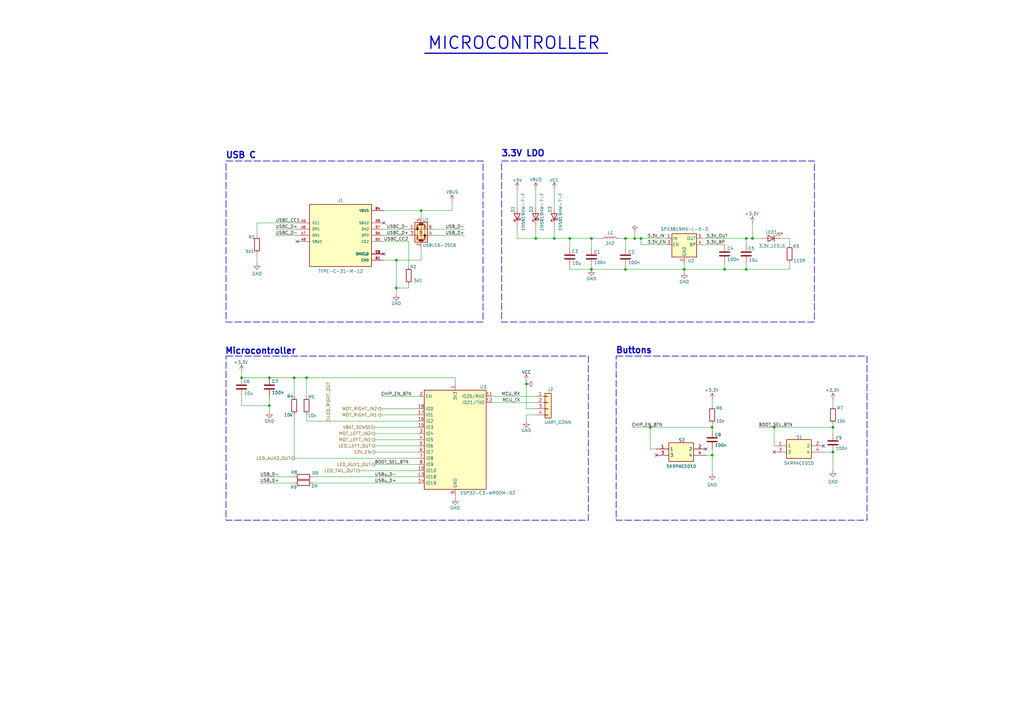
<source format=kicad_sch>
(kicad_sch (version 20250114) (generator "eeschema") (generator_version "9.0")
  (paper "A3")
  (title_block (title "Demon board") (company "Vagarth Gaurav"))
  (lib_symbols
    (symbol "Connector_Generic:Conn_01x04" (pin_names (offset 1.016) (hide yes))
      (property "Reference" "J" (at 0 5.08 0))
      (property "Value" "Conn_01x04" (at 0 -7.62 0))
      (symbol "Conn_01x04_1_1"
        (rectangle (start -1.27 3.81) (end 1.27 -6.35) (stroke (width 0.254)) (fill (type background)))
        (rectangle (start -1.27 2.667) (end 0 2.413) (stroke (width 0.1524)))
        (rectangle (start -1.27 0.127) (end 0 -0.127) (stroke (width 0.1524)))
        (rectangle (start -1.27 -2.413) (end 0 -2.667) (stroke (width 0.1524)))
        (rectangle (start -1.27 -4.953) (end 0 -5.207) (stroke (width 0.1524)))
        (pin passive line (at -5.08 2.54 0) (length 3.81) (name "Pin_1") (number "1"))
        (pin passive line (at -5.08 0 0) (length 3.81) (name "Pin_2") (number "2"))
        (pin passive line (at -5.08 -2.54 0) (length 3.81) (name "Pin_3") (number "3"))
        (pin passive line (at -5.08 -5.08 0) (length 3.81) (name "Pin_4") (number "4"))
      )
    )
    (symbol "Device:C" (pin_numbers (hide yes)) (pin_names (offset 0.254))
      (property "Reference" "C" (at 0.635 2.54 0))
      (property "Value" "C" (at 0.635 -2.54 0))
      (symbol "C_0_1"
        (polyline (pts (xy -2.032 0.762) (xy 2.032 0.762)) (stroke (width 0.508)))
        (polyline (pts (xy -2.032 -0.762) (xy 2.032 -0.762)) (stroke (width 0.508)))
      )
      (symbol "C_1_1"
        (pin passive line (at 0 3.81 270) (length 2.794) (name "~") (number "1"))
        (pin passive line (at 0 -3.81 90) (length 2.794) (name "~") (number "2"))
      )
    )
    (symbol "Device:D_Schottky" (pin_numbers (hide yes)) (pin_names (offset 1.016) (hide yes))
      (property "Reference" "D" (at 0 2.54 0))
      (property "Value" "D_Schottky" (at 0 -2.54 0))
      (symbol "D_Schottky_0_1"
        (polyline (pts (xy -1.905 0.635) (xy -1.905 1.27) (xy -1.27 1.27) (xy -1.27 -1.27) (xy -0.635 -1.27) (xy -0.635 -0.635)) (stroke (width 0.254)))
        (polyline (pts (xy 1.27 1.27) (xy 1.27 -1.27) (xy -1.27 0) (xy 1.27 1.27)) (stroke (width 0.254)))
        (polyline (pts (xy 1.27 0) (xy -1.27 0)))
      )
      (symbol "D_Schottky_1_1"
        (pin passive line (at -3.81 0 0) (length 2.54) (name "K") (number "1"))
        (pin passive line (at 3.81 0 180) (length 2.54) (name "A") (number "2"))
      )
    )
    (symbol "Device:L" (pin_numbers (hide yes)) (pin_names (offset 1.016) (hide yes))
      (property "Reference" "L" (at -1.27 0 90))
      (property "Value" "L" (at 1.905 0 90))
      (symbol "L_0_1"
        (arc (start 0 2.54) (mid 0.6323 1.905) (end 0 1.27))
        (arc (start 0 1.27) (mid 0.6323 0.635) (end 0 0))
        (arc (start 0 0) (mid 0.6323 -0.635) (end 0 -1.27))
        (arc (start 0 -1.27) (mid 0.6323 -1.905) (end 0 -2.54))
      )
      (symbol "L_1_1"
        (pin passive line (at 0 3.81 270) (length 1.27) (name "1") (number "1"))
        (pin passive line (at 0 -3.81 90) (length 1.27) (name "2") (number "2"))
      )
    )
    (symbol "Device:LED" (pin_numbers (hide yes)) (pin_names (offset 1.016) (hide yes))
      (property "Reference" "D" (at 0 2.54 0))
      (property "Value" "LED" (at 0 -2.54 0))
      (symbol "LED_0_1"
        (polyline (pts (xy -3.048 -0.762) (xy -4.572 -2.286) (xy -3.81 -2.286) (xy -4.572 -2.286) (xy -4.572 -1.524)))
        (polyline (pts (xy -1.778 -0.762) (xy -3.302 -2.286) (xy -2.54 -2.286) (xy -3.302 -2.286) (xy -3.302 -1.524)))
        (polyline (pts (xy -1.27 0) (xy 1.27 0)))
        (polyline (pts (xy -1.27 -1.27) (xy -1.27 1.27)) (stroke (width 0.254)))
        (polyline (pts (xy 1.27 -1.27) (xy 1.27 1.27) (xy -1.27 0) (xy 1.27 -1.27)) (stroke (width 0.254)))
      )
      (symbol "LED_1_1"
        (pin passive line (at -3.81 0 0) (length 2.54) (name "K") (number "1"))
        (pin passive line (at 3.81 0 180) (length 2.54) (name "A") (number "2"))
      )
    )
    (symbol "Device:R" (pin_numbers (hide yes)) (pin_names (offset 0))
      (property "Reference" "R" (at 2.032 0 90))
      (property "Value" "R" (at 0 0 90))
      (symbol "R_0_1"
        (rectangle (start -1.016 -2.54) (end 1.016 2.54) (stroke (width 0.254)))
      )
      (symbol "R_1_1"
        (pin passive line (at 0 3.81 270) (length 1.27) (name "~") (number "1"))
        (pin passive line (at 0 -3.81 90) (length 1.27) (name "~") (number "2"))
      )
    )
    (symbol "No silk screen devices:R" (pin_numbers (hide yes)) (pin_names (offset 0))
      (property "Reference" "R" (at 2.032 0 90))
      (property "Value" "R" (at 0 0 90))
      (symbol "R_0_1"
        (rectangle (start -1.016 -2.54) (end 1.016 2.54) (stroke (width 0.254)))
      )
      (symbol "R_1_1"
        (pin passive line (at 0 3.81 270) (length 1.27) (name "~") (number "1"))
        (pin passive line (at 0 -3.81 90) (length 1.27) (name "~") (number "2"))
      )
    )
    (symbol "Power_Protection:USBLC6-2SC6" (pin_names (hide yes))
      (property "Reference" "U" (at 0.635 5.715 0))
      (property "Value" "USBLC6-2SC6" (at 0.635 3.81 0))
      (symbol "USBLC6-2SC6_0_0"
        (circle (center -1.524 0) (radius 0.0001) (stroke (width 0.508)))
        (circle (center -0.508 2.032) (radius 0.0001) (stroke (width 0.508)))
        (circle (center -0.508 -4.572) (radius 0.0001) (stroke (width 0.508)))
        (circle (center 0.508 2.032) (radius 0.0001) (stroke (width 0.508)))
        (circle (center 0.508 -4.572) (radius 0.0001) (stroke (width 0.508)))
        (circle (center 1.524 -2.54) (radius 0.0001) (stroke (width 0.508)))
      )
      (symbol "USBLC6-2SC6_0_1"
        (polyline (pts (xy -2.54 0) (xy 2.54 0)))
        (polyline (pts (xy -2.54 -2.54) (xy 2.54 -2.54)))
        (polyline (pts (xy -2.032 0.508) (xy -1.016 0.508) (xy -1.524 1.524) (xy -2.032 0.508)))
        (polyline (pts (xy -2.032 -3.048) (xy -1.016 -3.048)))
        (polyline (pts (xy -1.016 1.524) (xy -2.032 1.524)))
        (polyline (pts (xy -1.016 -4.064) (xy -2.032 -4.064) (xy -1.524 -3.048) (xy -1.016 -4.064)))
        (polyline (pts (xy -0.508 -1.143) (xy -0.508 -0.762) (xy 0.508 -0.762)))
        (polyline (pts (xy 0 2.54) (xy -0.508 2.032) (xy 0.508 2.032) (xy 0 1.524) (xy 0 -4.064) (xy -0.508 -4.572) (xy 0.508 -4.572) (xy 0 -5.08)))
        (polyline (pts (xy 0.508 -1.778) (xy -0.508 -1.778) (xy 0 -0.762) (xy 0.508 -1.778)))
        (polyline (pts (xy 1.016 1.524) (xy 2.032 1.524)))
        (polyline (pts (xy 1.016 -3.048) (xy 2.032 -3.048)))
        (polyline (pts (xy 2.032 0.508) (xy 1.016 0.508) (xy 1.524 1.524) (xy 2.032 0.508)))
        (polyline (pts (xy 2.032 -4.064) (xy 1.016 -4.064) (xy 1.524 -3.048) (xy 2.032 -4.064)))
      )
      (symbol "USBLC6-2SC6_1_1"
        (rectangle (start -2.54 2.794) (end 2.54 -5.334) (stroke (width 0.254)) (fill (type background)))
        (polyline (pts (xy -0.508 2.032) (xy -1.524 2.032) (xy -1.524 -4.572) (xy -0.508 -4.572)))
        (polyline (pts (xy 0.508 -4.572) (xy 1.524 -4.572) (xy 1.524 2.032) (xy 0.508 2.032)))
        (pin passive line (at -5.08 0 0) (length 2.54) (name "I/O1") (number "1"))
        (pin passive line (at -5.08 -2.54 0) (length 2.54) (name "I/O2") (number "3"))
        (pin passive line (at 0 5.08 270) (length 2.54) (name "VBUS") (number "5"))
        (pin passive line (at 0 -7.62 90) (length 2.54) (name "GND") (number "2"))
        (pin passive line (at 5.08 0 180) (length 2.54) (name "I/O1") (number "6"))
        (pin passive line (at 5.08 -2.54 180) (length 2.54) (name "I/O2") (number "4"))
      )
    )
    (symbol "RF_Module:ESP32-C3-WROOM-02"
      (property "Reference" "U" (at -12.192 21.336 0))
      (property "Value" "ESP32-C3-WROOM-02" (at 12.192 21.336 0))
      (symbol "ESP32-C3-WROOM-02_1_1"
        (rectangle (start -12.7 20.32) (end 12.7 -20.32) (stroke (width 0.254)) (fill (type background)))
        (pin input line (at -15.24 17.78 0) (length 2.54) (name "EN") (number "2"))
        (pin bidirectional line (at -15.24 12.7 0) (length 2.54) (name "IO0") (number "18"))
        (pin bidirectional line (at -15.24 10.16 0) (length 2.54) (name "IO1") (number "17"))
        (pin bidirectional line (at -15.24 7.62 0) (length 2.54) (name "IO2") (number "16"))
        (pin bidirectional line (at -15.24 5.08 0) (length 2.54) (name "IO3") (number "15"))
        (pin bidirectional line (at -15.24 2.54 0) (length 2.54) (name "IO4") (number "3"))
        (pin bidirectional line (at -15.24 0 0) (length 2.54) (name "IO5") (number "4"))
        (pin bidirectional line (at -15.24 -2.54 0) (length 2.54) (name "IO6") (number "5"))
        (pin bidirectional line (at -15.24 -5.08 0) (length 2.54) (name "IO7") (number "6"))
        (pin bidirectional line (at -15.24 -7.62 0) (length 2.54) (name "IO8") (number "7"))
        (pin bidirectional line (at -15.24 -10.16 0) (length 2.54) (name "IO9") (number "8"))
        (pin bidirectional line (at -15.24 -12.7 0) (length 2.54) (name "IO10") (number "10"))
        (pin bidirectional line (at -15.24 -15.24 0) (length 2.54) (name "IO18") (number "13"))
        (pin bidirectional line (at -15.24 -17.78 0) (length 2.54) (name "IO19") (number "14"))
        (pin power_in line (at 0 22.86 270) (length 2.54) (name "3V3") (number "1"))
        (pin passive line (at 0 -22.86 90) (length 2.54) (hide yes) (name "GND") (number "19"))
        (pin power_in line (at 0 -22.86 90) (length 2.54) (name "GND") (number "9"))
        (pin bidirectional line (at 15.24 17.78 180) (length 2.54) (name "IO20/RXD") (number "11"))
        (pin bidirectional line (at 15.24 15.24 180) (length 2.54) (name "IO21/TXD") (number "12"))
      )
    )
    (symbol "Regulator_Linear:SPX3819M5-L-3-3" (pin_names (offset 0.254))
      (property "Reference" "U" (at -3.81 5.715 0))
      (property "Value" "SPX3819M5-L-3-3" (at 0 5.715 0))
      (symbol "SPX3819M5-L-3-3_0_1"
        (rectangle (start -5.08 4.445) (end 5.08 -5.08) (stroke (width 0.254)) (fill (type background)))
      )
      (symbol "SPX3819M5-L-3-3_1_1"
        (pin power_in line (at -7.62 2.54 0) (length 2.54) (name "IN") (number "1"))
        (pin input line (at -7.62 0 0) (length 2.54) (name "EN") (number "3"))
        (pin power_in line (at 0 -7.62 90) (length 2.54) (name "GND") (number "2"))
        (pin power_out line (at 7.62 2.54 180) (length 2.54) (name "OUT") (number "5"))
        (pin input line (at 7.62 0 180) (length 2.54) (name "BP") (number "4"))
      )
    )
    (symbol "SKRPARE010:SKRPARE010"
      (property "Reference" "S" (at 16.51 7.62 0))
      (property "Value" "SKRPARE010" (at 16.51 5.08 0))
      (symbol "SKRPARE010_1_1"
        (rectangle (start 5.08 2.54) (end 15.24 -5.08) (stroke (width 0.254)) (fill (type background)))
        (pin passive line (at 0 0 0) (length 5.08) (name "1") (number "1"))
        (pin passive line (at 0 -2.54 0) (length 5.08) (name "3") (number "3"))
        (pin passive line (at 20.32 0 180) (length 5.08) (name "2") (number "2"))
        (pin passive line (at 20.32 -2.54 180) (length 5.08) (name "4") (number "4"))
      )
    )
    (symbol "TYPE-C-31-M-12:TYPE-C-31-M-12" (pin_names (offset 1.016))
      (property "Reference" "J" (at -12.7 13.462 0))
      (property "Value" "TYPE-C-31-M-12" (at -12.7 -13.462 0))
      (symbol "TYPE-C-31-M-12_0_0"
        (rectangle (start -12.7 -12.7) (end 12.7 12.7) (stroke (width 0.254)) (fill (type background)))
        (pin bidirectional line (at -17.78 5.08 0) (length 5.08) (name "CC1") (number "A5"))
        (pin bidirectional line (at -17.78 2.54 0) (length 5.08) (name "DP1") (number "A6"))
        (pin bidirectional line (at -17.78 0 0) (length 5.08) (name "DN1") (number "A7"))
        (pin bidirectional line (at -17.78 -2.54 0) (length 5.08) (name "SBU1") (number "A8"))
        (pin bidirectional line (at 17.78 5.08 180) (length 5.08) (name "SBU2") (number "B8"))
        (pin bidirectional line (at 17.78 2.54 180) (length 5.08) (name "DN2") (number "B7"))
        (pin bidirectional line (at 17.78 0 180) (length 5.08) (name "DP2") (number "B6"))
        (pin bidirectional line (at 17.78 -2.54 180) (length 5.08) (name "CC2") (number "B5"))
        (pin passive line (at 17.78 -7.62 180) (length 5.08) (name "SHIELD") (number "S1"))
        (pin passive line (at 17.78 -7.62 180) (length 5.08) (name "SHIELD") (number "S2"))
        (pin passive line (at 17.78 -7.62 180) (length 5.08) (name "SHIELD") (number "S3"))
        (pin passive line (at 17.78 -7.62 180) (length 5.08) (name "SHIELD") (number "S4"))
      )
      (symbol "TYPE-C-31-M-12_1_0"
        (pin power_out line (at 17.78 10.16 180) (length 5.08) (name "VBUS") (number "A4"))
        (pin power_in line (at 17.78 10.16 180) (length 5.08) (name "VBUS") (number "B4"))
        (pin power_out line (at 17.78 -10.16 180) (length 5.08) (name "GND") (number "A1"))
        (pin power_in line (at 17.78 -10.16 180) (length 5.08) (name "GND") (number "B1"))
      )
    )
    (symbol "power:+3.3V" (power) (pin_numbers (hide yes)) (pin_names (offset 0) (hide yes))
      (property "Value" "+3.3V" (at 0 3.556 0))
      (symbol "+3.3V_0_1"
        (polyline (pts (xy -0.762 1.27) (xy 0 2.54)))
        (polyline (pts (xy 0 2.54) (xy 0.762 1.27)))
        (polyline (pts (xy 0 0) (xy 0 2.54)))
      )
      (symbol "+3.3V_1_1"
        (pin power_in line (at 0 0 90) (length 0) (name "~") (number "1"))
      )
    )
    (symbol "power:+5V" (power) (pin_numbers (hide yes)) (pin_names (offset 0) (hide yes))
      (property "Value" "+5V" (at 0 3.556 0))
      (symbol "+5V_0_1"
        (polyline (pts (xy -0.762 1.27) (xy 0 2.54)))
        (polyline (pts (xy 0 2.54) (xy 0.762 1.27)))
        (polyline (pts (xy 0 0) (xy 0 2.54)))
      )
      (symbol "+5V_1_1"
        (pin power_in line (at 0 0 90) (length 0) (name "~") (number "1"))
      )
    )
    (symbol "power:GND" (power) (pin_numbers (hide yes)) (pin_names (offset 0) (hide yes))
      (property "Value" "GND" (at 0 -3.81 0))
      (symbol "GND_0_1"
        (polyline (pts (xy 0 0) (xy 0 -1.27) (xy 1.27 -1.27) (xy 0 -2.54) (xy -1.27 -1.27) (xy 0 -1.27)))
      )
      (symbol "GND_1_1"
        (pin power_in line (at 0 0 270) (length 0) (name "~") (number "1"))
      )
    )
    (symbol "power:PWR_FLAG" (power) (pin_numbers (hide yes)) (pin_names (offset 0) (hide yes))
      (property "Value" "PWR_FLAG" (at 0 3.81 0))
      (symbol "PWR_FLAG_0_0"
        (pin power_out line (at 0 0 90) (length 0) (name "~") (number "1"))
      )
      (symbol "PWR_FLAG_0_1"
        (polyline (pts (xy 0 0) (xy 0 1.27) (xy -1.016 1.905) (xy 0 2.54) (xy 1.016 1.905) (xy 0 1.27)))
      )
    )
    (symbol "power:VBUS" (power) (pin_numbers (hide yes)) (pin_names (offset 0) (hide yes))
      (property "Value" "VBUS" (at 0 3.556 0))
      (symbol "VBUS_0_1"
        (polyline (pts (xy -0.762 1.27) (xy 0 2.54)))
        (polyline (pts (xy 0 2.54) (xy 0.762 1.27)))
        (polyline (pts (xy 0 0) (xy 0 2.54)))
      )
      (symbol "VBUS_1_1"
        (pin power_in line (at 0 0 90) (length 0) (name "~") (number "1"))
      )
    )
    (symbol "power:VCC" (power) (pin_numbers (hide yes)) (pin_names (offset 0) (hide yes))
      (property "Value" "VCC" (at 0 3.556 0))
      (symbol "VCC_0_1"
        (polyline (pts (xy -0.762 1.27) (xy 0 2.54)))
        (polyline (pts (xy 0 2.54) (xy 0.762 1.27)))
        (polyline (pts (xy 0 0) (xy 0 2.54)))
      )
      (symbol "VCC_1_1"
        (pin power_in line (at 0 0 90) (length 0) (name "~") (number "1"))
      )
    )
  )
  (rectangle (start 92.71 66.04) (end 198.12 132.08) (stroke (width 0.254) (type dash)))
  (rectangle (start 252.73 146.05) (end 355.6 213.36) (stroke (width 0.254) (type dash)))
  (rectangle (start 205.74 66.04) (end 334.01 132.08) (stroke (width 0.254) (type dash)))
  (rectangle (start 92.71 146.05) (end 241.3 213.36) (stroke (width 0.254) (type dash)))
  (text "Microcontroller" (at 92.202 144.018 0) (effects (font (size 2.54 2.54) (thickness 0.508) (bold yes)) (justify left)))
  (text "MICROCONTROLLER" (at 210.82 17.78 0) (effects (font (size 5 5) (thickness 0.508) (bold yes))))
  (text "USB C" (at 92.456 63.754 0) (effects (font (size 2.54 2.54) (thickness 0.508) (bold yes)) (justify left)))
  (text "3.3V LDO" (at 205.486 62.992 0) (effects (font (size 2.54 2.54) (thickness 0.508) (bold yes)) (justify left)))
  (text "Buttons" (at 252.476 143.764 0) (effects (font (size 2.54 2.54) (thickness 0.508) (bold yes)) (justify left)))
  (junction (at 215.9 157.48))
  (junction (at 260.35 97.79))
  (junction (at 266.7 175.26))
  (junction (at 262.89 97.79))
  (junction (at 317.5 175.26))
  (junction (at 292.1 175.26))
  (junction (at 306.07 97.79))
  (junction (at 125.73 154.94))
  (junction (at 110.49 154.94))
  (junction (at 233.68 97.79))
  (junction (at 256.54 110.49))
  (junction (at 219.71 97.79))
  (junction (at 99.06 154.94))
  (junction (at 242.57 97.79))
  (junction (at 227.33 97.79))
  (junction (at 280.67 110.49))
  (junction (at 308.61 97.79))
  (junction (at 256.54 97.79))
  (junction (at 297.18 110.49))
  (junction (at 306.07 110.49))
  (junction (at 172.72 86.36))
  (junction (at 341.63 175.26))
  (junction (at 242.57 110.49))
  (junction (at 292.1 186.69))
  (junction (at 162.56 106.68))
  (junction (at 120.65 154.94))
  (junction (at 162.56 118.11))
  (junction (at 341.63 185.42))
  (junction (at 110.49 166.37))
  (no_connect (at 121.92 99.06))
  (no_connect (at 317.5 185.42))
  (no_connect (at 289.56 184.15))
  (no_connect (at 157.48 104.14))
  (no_connect (at 157.48 91.44))
  (no_connect (at 269.24 186.69))
  (no_connect (at 337.82 182.88))
  (wire (pts (xy 260.35 95.25) (xy 260.35 97.79)))
  (wire (pts (xy 128.27 198.12) (xy 171.45 198.12)))
  (wire (pts (xy 227.33 97.79) (xy 233.68 97.79)))
  (wire (pts (xy 256.54 109.22) (xy 256.54 110.49)))
  (wire (pts (xy 167.64 99.06) (xy 167.64 109.22)))
  (wire (pts (xy 288.29 97.79) (xy 306.07 97.79)))
  (wire (pts (xy 105.41 107.95) (xy 105.41 104.14)))
  (wire (pts (xy 110.49 154.94) (xy 120.65 154.94)))
  (wire (pts (xy 113.03 96.52) (xy 121.92 96.52)))
  (wire (pts (xy 186.69 204.47) (xy 186.69 203.2)))
  (wire (pts (xy 125.73 172.72) (xy 171.45 172.72)))
  (polyline (pts (xy 174.244 21.844) (xy 249.174 21.844)) (stroke (width 0.508) (type solid)))
  (wire (pts (xy 172.72 101.6) (xy 172.72 106.68)))
  (wire (pts (xy 323.85 100.33) (xy 323.85 97.79)))
  (wire (pts (xy 289.56 186.69) (xy 292.1 186.69)))
  (wire (pts (xy 219.71 97.79) (xy 227.33 97.79)))
  (wire (pts (xy 266.7 175.26) (xy 266.7 184.15)))
  (wire (pts (xy 341.63 185.42) (xy 341.63 193.04)))
  (wire (pts (xy 153.67 180.34) (xy 171.45 180.34)))
  (wire (pts (xy 153.67 175.26) (xy 171.45 175.26)))
  (wire (pts (xy 262.89 97.79) (xy 273.05 97.79)))
  (wire (pts (xy 156.21 170.18) (xy 171.45 170.18)))
  (wire (pts (xy 280.67 110.49) (xy 297.18 110.49)))
  (wire (pts (xy 292.1 163.83) (xy 292.1 166.37)))
  (wire (pts (xy 157.48 96.52) (xy 167.64 96.52)))
  (wire (pts (xy 297.18 107.95) (xy 297.18 110.49)))
  (wire (pts (xy 306.07 107.95) (xy 306.07 110.49)))
  (wire (pts (xy 242.57 97.79) (xy 242.57 101.6)))
  (wire (pts (xy 125.73 172.72) (xy 125.73 170.18)))
  (wire (pts (xy 172.72 86.36) (xy 157.48 86.36)))
  (wire (pts (xy 292.1 186.69) (xy 292.1 184.15)))
  (wire (pts (xy 256.54 110.49) (xy 280.67 110.49)))
  (wire (pts (xy 167.64 118.11) (xy 162.56 118.11)))
  (wire (pts (xy 201.93 165.1) (xy 219.71 165.1)))
  (wire (pts (xy 233.68 101.6) (xy 233.68 97.79)))
  (wire (pts (xy 162.56 106.68) (xy 162.56 118.11)))
  (wire (pts (xy 273.05 100.33) (xy 262.89 100.33)))
  (wire (pts (xy 266.7 175.26) (xy 292.1 175.26)))
  (wire (pts (xy 219.71 167.64) (xy 215.9 167.64)))
  (wire (pts (xy 153.67 182.88) (xy 171.45 182.88)))
  (wire (pts (xy 219.71 97.79) (xy 219.71 92.71)))
  (wire (pts (xy 186.69 154.94) (xy 186.69 157.48)))
  (wire (pts (xy 242.57 110.49) (xy 256.54 110.49)))
  (wire (pts (xy 215.9 170.18) (xy 215.9 172.72)))
  (wire (pts (xy 341.63 163.83) (xy 341.63 166.37)))
  (wire (pts (xy 254 97.79) (xy 256.54 97.79)))
  (wire (pts (xy 99.06 166.37) (xy 110.49 166.37)))
  (wire (pts (xy 120.65 154.94) (xy 125.73 154.94)))
  (wire (pts (xy 121.92 91.44) (xy 105.41 91.44)))
  (wire (pts (xy 280.67 110.49) (xy 280.67 111.76)))
  (wire (pts (xy 215.9 157.48) (xy 215.9 167.64)))
  (wire (pts (xy 215.9 156.21) (xy 215.9 157.48)))
  (wire (pts (xy 219.71 85.09) (xy 219.71 77.47)))
  (wire (pts (xy 153.67 177.8) (xy 171.45 177.8)))
  (wire (pts (xy 153.67 185.42) (xy 171.45 185.42)))
  (wire (pts (xy 186.69 154.94) (xy 125.73 154.94)))
  (wire (pts (xy 256.54 97.79) (xy 260.35 97.79)))
  (wire (pts (xy 323.85 107.95) (xy 323.85 110.49)))
  (wire (pts (xy 128.27 195.58) (xy 171.45 195.58)))
  (wire (pts (xy 172.72 86.36) (xy 172.72 88.9)))
  (wire (pts (xy 120.65 170.18) (xy 120.65 187.96)))
  (wire (pts (xy 212.09 77.47) (xy 212.09 85.09)))
  (wire (pts (xy 317.5 175.26) (xy 317.5 182.88)))
  (wire (pts (xy 99.06 154.94) (xy 110.49 154.94)))
  (wire (pts (xy 317.5 175.26) (xy 341.63 175.26)))
  (wire (pts (xy 185.42 82.55) (xy 185.42 86.36)))
  (wire (pts (xy 233.68 109.22) (xy 233.68 110.49)))
  (wire (pts (xy 308.61 97.79) (xy 306.07 97.79)))
  (wire (pts (xy 212.09 97.79) (xy 219.71 97.79)))
  (wire (pts (xy 157.48 93.98) (xy 167.64 93.98)))
  (wire (pts (xy 153.67 190.5) (xy 171.45 190.5)))
  (wire (pts (xy 157.48 99.06) (xy 167.64 99.06)))
  (wire (pts (xy 147.32 193.04) (xy 171.45 193.04)))
  (wire (pts (xy 292.1 186.69) (xy 292.1 194.31)))
  (wire (pts (xy 156.21 162.56) (xy 171.45 162.56)))
  (wire (pts (xy 177.8 96.52) (xy 190.5 96.52)))
  (wire (pts (xy 242.57 97.79) (xy 246.38 97.79)))
  (wire (pts (xy 312.42 97.79) (xy 308.61 97.79)))
  (wire (pts (xy 105.41 91.44) (xy 105.41 96.52)))
  (wire (pts (xy 120.65 154.94) (xy 120.65 162.56)))
  (wire (pts (xy 99.06 152.4) (xy 99.06 154.94)))
  (wire (pts (xy 156.21 167.64) (xy 171.45 167.64)))
  (wire (pts (xy 256.54 97.79) (xy 256.54 101.6)))
  (wire (pts (xy 306.07 97.79) (xy 306.07 100.33)))
  (wire (pts (xy 106.68 198.12) (xy 120.65 198.12)))
  (wire (pts (xy 212.09 92.71) (xy 212.09 97.79)))
  (wire (pts (xy 323.85 97.79) (xy 320.04 97.79)))
  (wire (pts (xy 110.49 166.37) (xy 110.49 162.56)))
  (wire (pts (xy 259.08 175.26) (xy 266.7 175.26)))
  (wire (pts (xy 167.64 116.84) (xy 167.64 118.11)))
  (wire (pts (xy 106.68 195.58) (xy 120.65 195.58)))
  (wire (pts (xy 337.82 185.42) (xy 341.63 185.42)))
  (wire (pts (xy 227.33 92.71) (xy 227.33 97.79)))
  (wire (pts (xy 323.85 110.49) (xy 306.07 110.49)))
  (wire (pts (xy 242.57 109.22) (xy 242.57 110.49)))
  (wire (pts (xy 227.33 77.47) (xy 227.33 85.09)))
  (wire (pts (xy 292.1 173.99) (xy 292.1 175.26)))
  (wire (pts (xy 280.67 107.95) (xy 280.67 110.49)))
  (wire (pts (xy 266.7 184.15) (xy 269.24 184.15)))
  (wire (pts (xy 233.68 110.49) (xy 242.57 110.49)))
  (wire (pts (xy 306.07 110.49) (xy 297.18 110.49)))
  (wire (pts (xy 172.72 106.68) (xy 162.56 106.68)))
  (wire (pts (xy 177.8 93.98) (xy 190.5 93.98)))
  (wire (pts (xy 308.61 91.44) (xy 308.61 97.79)))
  (wire (pts (xy 113.03 93.98) (xy 121.92 93.98)))
  (wire (pts (xy 110.49 168.91) (xy 110.49 166.37)))
  (wire (pts (xy 215.9 170.18) (xy 219.71 170.18)))
  (wire (pts (xy 99.06 166.37) (xy 99.06 162.56)))
  (wire (pts (xy 262.89 100.33) (xy 262.89 97.79)))
  (wire (pts (xy 120.65 187.96) (xy 171.45 187.96)))
  (wire (pts (xy 341.63 173.99) (xy 341.63 175.26)))
  (wire (pts (xy 157.48 106.68) (xy 162.56 106.68)))
  (wire (pts (xy 233.68 97.79) (xy 242.57 97.79)))
  (wire (pts (xy 288.29 100.33) (xy 297.18 100.33)))
  (wire (pts (xy 172.72 86.36) (xy 185.42 86.36)))
  (wire (pts (xy 201.93 162.56) (xy 219.71 162.56)))
  (wire (pts (xy 292.1 176.53) (xy 292.1 175.26)))
  (wire (pts (xy 125.73 162.56) (xy 125.73 154.94)))
  (wire (pts (xy 162.56 118.11) (xy 162.56 120.65)))
  (wire (pts (xy 341.63 177.8) (xy 341.63 175.26)))
  (wire (pts (xy 260.35 97.79) (xy 262.89 97.79)))
  (wire (pts (xy 311.15 175.26) (xy 317.5 175.26)))
  (label "USBC_CC2" (at 157.48 99.06 0))
  (label "MCU_RX" (at 213.36 162.56 180))
  (label "USBC_D-" (at 113.03 96.52 0))
  (label "USB_D-" (at 190.5 93.98 180))
  (label "USBC_D-" (at 167.64 93.98 180))
  (label "MCU_TX" (at 213.36 165.1 180))
  (label "USBC_CC1" (at 113.03 91.44 0))
  (label "USB_D+" (at 190.5 96.52 180))
  (label "USBC_D+" (at 167.64 96.52 180))
  (label "CHIP_EN_BTN" (at 259.08 175.26 0))
  (label "CHIP_EN_BTN" (at 156.21 162.56 0))
  (label "3.3V_OUT" (at 289.56 97.79 0))
  (label "BOOT_SEL_BTN" (at 153.67 190.5 0))
  (label "USBu_D-" (at 153.67 195.58 0))
  (label "3.3V_BP" (at 289.56 100.33 0))
  (label "USB_D+" (at 106.68 198.12 0))
  (label "USBC_D+" (at 113.03 93.98 0))
  (label "BOOT_SEL_BTN" (at 311.15 175.26 0))
  (label "3.3V_EN" (at 265.43 100.33 0))
  (label "USB_D-" (at 106.68 195.58 0))
  (label "3.3V_IN" (at 265.43 97.79 0))
  (label "USBu_D+" (at 153.67 198.12 0))
  (hierarchical_label "LED_AUX1_OUT" (shape output) (at 153.67 190.5 180))
  (hierarchical_label "LED_TAIL_OUT" (shape output) (at 147.32 193.04 180))
  (hierarchical_label "LED_LEFT_OUT" (shape output) (at 153.67 182.88 180))
  (hierarchical_label "VBAT_SENSE" (shape input) (at 153.67 175.26 180))
  (hierarchical_label "12V_EN" (shape output) (at 153.67 185.42 180))
  (hierarchical_label "MOT_RIGHT_IN1" (shape output) (at 156.21 170.18 180))
  (hierarchical_label "LED_AUX2_OUT" (shape output) (at 120.65 187.96 180))
  (hierarchical_label "LED_RIGHT_OUT" (shape output) (at 134.62 172.72 90))
  (hierarchical_label "MOT_LEFT_IN2" (shape output) (at 153.67 177.8 180))
  (hierarchical_label "MOT_LEFT_IN1" (shape output) (at 153.67 180.34 180))
  (hierarchical_label "MOT_RIGHT_IN2" (shape output) (at 156.21 167.64 180))
  (symbol (lib_id "Device:C") (at 341.63 181.61 0) (unit 1)
    (property "Reference" "C9" (at 342.646 179.578 0) (effects (justify left)))
    (property "Value" "100n" (at 342.646 183.896 0) (effects (justify left)))
    (property "Footprint" "No Silkscreen:C_0402_1005Metric" (effects (hide yes)))
    (property "Description" "Unpolarized capacitor" (effects (hide yes)))
  )
  (symbol (lib_id "power:PWR_FLAG") (at 260.35 95.25 0) (unit 1)
    (property "Reference" "#FLG0101" (effects (hide yes)))
    (property "Value" "PWR_FLAG" (effects (hide yes)))
    (property "Description" "Special symbol for telling ERC where power comes from" (effects (hide yes)))
    (instances (project "" (path "" (reference "#FLG0101") (unit 1))) (project "demonSpawn" (path "" (reference "#FLG05") (unit 1))))
  )
  (symbol (lib_id "Device:C") (at 297.18 104.14 0) (unit 1)
    (property "Reference" "C4" (at 298.196 101.854 0) (effects (justify left)))
    (property "Value" "100n" (at 298.196 106.426 0) (effects (justify left)))
    (property "Footprint" "No Silkscreen:C_0402_1005Metric" (effects (hide yes)))
    (property "Description" "Unpolarized capacitor" (effects (hide yes)))
    (instances (project "" (path "" (reference "C4") (unit 1))) (project "demonSpawn" (path "" (reference "C18") (unit 1))))
  )
  (symbol (lib_id "Device:R") (at 341.63 170.18 0) (unit 1)
    (property "Reference" "R7" (at 343.154 167.386 0) (effects (justify left)))
    (property "Value" "10k" (at 343.154 172.72 0) (effects (justify left)))
    (property "Footprint" "No Silkscreen:R_0402_1005Metric" (effects (hide yes)))
    (property "Description" "Resistor" (effects (hide yes)))
  )
  (symbol (lib_id "Device:C") (at 99.06 158.75 0) (unit 1)
    (property "Reference" "C6" (at 99.822 156.464 0) (effects (justify left)))
    (property "Value" "10u" (at 100.076 161.29 0) (effects (justify left)))
    (property "Footprint" "No Silkscreen:C_0603_1608Metric" (effects (hide yes)))
    (property "Datasheet" "https://product.samsungsem.com/mlcc/CL21A226MAYNNN.do" (effects (hide yes)))
    (property "Description" "CL21A226MAYNNNE" (effects (hide yes)))
  )
  (symbol (lib_id "Device:R") (at 125.73 166.37 180) (unit 1)
    (property "Reference" "R5" (at 129.032 162.814 0) (effects (justify left)))
    (property "Value" "10k" (at 129.794 170.434 0) (effects (justify left)))
    (property "Footprint" "No Silkscreen:R_0402_1005Metric" (effects (hide yes)))
    (property "Description" "Resistor" (effects (hide yes)))
  )
  (symbol (lib_id "Device:C") (at 242.57 105.41 0) (unit 1)
    (property "Reference" "C1" (at 243.586 103.378 0) (effects (justify left)))
    (property "Value" "100n" (at 243.586 107.696 0) (effects (justify left)))
    (property "Footprint" "No Silkscreen:C_0402_1005Metric" (effects (hide yes)))
    (property "Description" "Unpolarized capacitor" (effects (hide yes)))
    (instances (project "" (path "" (reference "C1") (unit 1))) (project "demonSpawn" (path "" (reference "C37") (unit 1))))
  )
  (symbol (lib_id "SKRPARE010:SKRPARE010") (at 269.24 184.15 0) (unit 1)
    (property "Reference" "S2" (at 279.654 180.594 0))
    (property "Value" "SKRPACE010" (at 279.4 191.262 0))
    (property "Footprint" "SKRPARE010:SKRPARE010" (effects (hide yes)))
    (property "Datasheet" "https://tech.alpsalpine.com/e/products/detail/SKRPARE010/" (effects (hide yes)))
    (property "Description" "Tactile Switches F=5N ,100M min. 100V DC for 1 min. 250V AC for 1 min. 50mA 16V DC , -40 to +90" (effects (hide yes)))
    (property "Height" "2.5" (effects (hide yes)))
    (property "Mouser Part Number" "688-SKRPARE010" (effects (hide yes)))
    (property "Mouser Price/Stock" "https://www.mouser.co.uk/ProductDetail/Alps-Alpine/SKRPARE010?qs=w%2Fv1CP2dgqqtJ13ywv6BaA%3D%3D" (effects (hide yes)))
    (property "Manufacturer_Name" "ALPS Electric" (effects (hide yes)))
    (property "Manufacturer_Part_Number" "SKRPARE010" (effects (hide yes)))
  )
  (symbol (lib_id "power:GND") (at 186.69 204.47 0) (unit 1)
    (property "Reference" "#PWR019" (effects (hide yes)))
    (property "Value" "GND" (at 186.69 208.28 0))
    (property "Description" "Power symbol creates a global label with name \"GND\" , ground" (effects (hide yes)))
  )
  (symbol (lib_id "SKRPARE010:SKRPARE010") (at 317.5 182.88 0) (unit 1)
    (property "Reference" "S1" (at 327.914 179.324 0))
    (property "Value" "SKRPACE010" (at 327.66 189.992 0))
    (property "Footprint" "SKRPARE010:SKRPARE010" (effects (hide yes)))
    (property "Datasheet" "https://tech.alpsalpine.com/e/products/detail/SKRPARE010/" (effects (hide yes)))
    (property "Description" "Tactile Switches F=5N ,100M min. 100V DC for 1 min. 250V AC for 1 min. 50mA 16V DC , -40 to +90" (effects (hide yes)))
    (property "Height" "2.5" (effects (hide yes)))
    (property "Mouser Part Number" "688-SKRPARE010" (effects (hide yes)))
    (property "Mouser Price/Stock" "https://www.mouser.co.uk/ProductDetail/Alps-Alpine/SKRPARE010?qs=w%2Fv1CP2dgqqtJ13ywv6BaA%3D%3D" (effects (hide yes)))
    (property "Manufacturer_Name" "ALPS Electric" (effects (hide yes)))
    (property "Manufacturer_Part_Number" "SKRPARE010" (effects (hide yes)))
  )
  (symbol (lib_id "power:VCC") (at 215.9 156.21 0) (unit 1)
    (property "Reference" "#PWR06" (effects (hide yes)))
    (property "Value" "VCC" (at 215.9 152.654 0))
    (property "Description" "Power symbol creates a global label with name \"VCC\"" (effects (hide yes)))
  )
  (symbol (lib_id "power:+3.3V") (at 99.06 152.4 0) (unit 1)
    (property "Reference" "#PWR057" (effects (hide yes)))
    (property "Value" "+3.3V" (at 98.806 148.59 0))
    (property "Description" "Power symbol creates a global label with name \"+3.3V\"" (effects (hide yes)))
  )
  (symbol (lib_id "power:+3.3V") (at 308.61 91.44 0) (unit 1)
    (property "Reference" "#PWR0101" (effects (hide yes)))
    (property "Value" "+3.3V" (at 308.356 87.63 0))
    (property "Description" "Power symbol creates a global label with name \"+3.3V\"" (effects (hide yes)))
    (instances (project "" (path "" (reference "#PWR0101") (unit 1))) (project "demonSpawn" (path "" (reference "#PWR057") (unit 1))))
  )
  (symbol (lib_id "Device:C") (at 233.68 105.41 0) (unit 1)
    (property "Reference" "C3" (at 234.442 103.124 0) (effects (justify left)))
    (property "Value" "10u" (at 234.696 107.95 0) (effects (justify left)))
    (property "Footprint" "No Silkscreen:C_0603_1608Metric" (effects (hide yes)))
    (property "Description" "Unpolarized capacitor" (effects (hide yes)))
    (instances (project "" (path "" (reference "C3") (unit 1))) (project "demonSpawn" (path "" (reference "C17") (unit 1))))
  )
  (symbol (lib_id "power:GND") (at 242.57 110.49 0) (unit 1)
    (property "Reference" "#PWR0102" (effects (hide yes)))
    (property "Value" "GND" (at 242.57 114.3 0))
    (property "Description" "Power symbol creates a global label with name \"GND\" , ground" (effects (hide yes)))
    (instances (project "" (path "" (reference "#PWR0102") (unit 1))) (project "demonSpawn" (path "" (reference "#PWR02") (unit 1))))
  )
  (symbol (lib_id "Connector_Generic:Conn_01x04") (at 224.79 165.1 0) (unit 1)
    (property "Reference" "J2" (at 224.536 159.766 0) (effects (justify left)))
    (property "Value" "UART_CONN" (at 223.266 173.228 0) (effects (justify left)))
    (property "Footprint" "Connector_PinHeader_2.54mm:PinHeader_1x04_P2.54mm_Vertical" (effects (hide yes)))
    (property "Description" "Generic connector, single row, 01x04, script generated (kicad-library-utils/schlib/autogen/connector/)" (effects (hide yes)))
  )
  (symbol (lib_id "Device:R") (at 292.1 170.18 0) (unit 1)
    (property "Reference" "R6" (at 293.624 167.386 0) (effects (justify left)))
    (property "Value" "10k" (at 293.624 172.72 0) (effects (justify left)))
    (property "Footprint" "No Silkscreen:R_0402_1005Metric" (effects (hide yes)))
    (property "Description" "Resistor" (effects (hide yes)))
  )
  (symbol (lib_id "power:GND") (at 280.67 111.76 0) (unit 1)
    (property "Reference" "#PWR0103" (effects (hide yes)))
    (property "Value" "GND" (at 280.67 115.57 0))
    (property "Description" "Power symbol creates a global label with name \"GND\" , ground" (effects (hide yes)))
    (instances (project "" (path "" (reference "#PWR0103") (unit 1))) (project "demonSpawn" (path "" (reference "#PWR058") (unit 1))))
  )
  (symbol (lib_id "Device:C") (at 256.54 105.41 0) (unit 1)
    (property "Reference" "C2" (at 257.556 103.378 0) (effects (justify left)))
    (property "Value" "100n" (at 257.556 107.696 0) (effects (justify left)))
    (property "Footprint" "No Silkscreen:C_0402_1005Metric" (effects (hide yes)))
    (property "Description" "Unpolarized capacitor" (effects (hide yes)))
    (instances (project "" (path "" (reference "C2") (unit 1))) (project "demonSpawn" (path "" (reference "C38") (unit 1))))
  )
  (symbol (lib_id "Device:LED") (at 316.23 97.79 180) (unit 1)
    (property "Reference" "LED1" (at 313.944 95.25 0) (effects (justify right)))
    (property "Value" "3.3V_LED_G" (at 311.15 100.838 0) (effects (justify right)))
    (property "Footprint" "LED_SMD:LED_0402_1005Metric" (effects (hide yes)))
    (property "Description" "Light emitting diode" (effects (hide yes)))
    (property "Sim.Pins" "1=K 2=A" (effects (hide yes)))
    (instances (project "" (path "" (reference "LED1") (unit 1))) (project "demonSpawn" (path "" (reference "D14") (unit 1))))
  )
  (symbol (lib_id "RF_Module:ESP32-C3-WROOM-02") (at 186.69 180.34 0) (unit 1)
    (property "Reference" "U3" (at 196.85 158.75 0) (effects (justify left)))
    (property "Value" "ESP32-C3-WROOM-02" (at 188.722 202.184 0) (effects (justify left)))
    (property "Footprint" "RF_Module:ESP32-C3-WROOM-02" (effects (hide yes)))
    (property "Datasheet" "https://www.espressif.com/sites/default/files/documentation/esp32-c3-wroom-02_datasheet_en.pdf" (effects (hide yes)))
    (property "Description" "802.11 b/g/n Wi­Fi and Bluetooth 5 module, ESP32­C3 SoC, RISC­V microprocessor, On-board antenna" (effects (hide yes)))
  )
  (symbol (lib_id "power:+5V") (at 212.09 77.47 0) (unit 1)
    (property "Reference" "#PWR01" (effects (hide yes)))
    (property "Value" "+5V" (at 212.09 73.914 0))
    (property "Description" "Power symbol creates a global label with name \"+5V\"" (effects (hide yes)))
  )
  (symbol (lib_id "power:+3.3V") (at 292.1 163.83 0) (unit 1)
    (property "Reference" "#PWR011" (effects (hide yes)))
    (property "Value" "+3.3V" (at 291.846 160.02 0))
    (property "Description" "Power symbol creates a global label with name \"+3.3V\"" (effects (hide yes)))
  )
  (symbol (lib_id "power:GND") (at 215.9 172.72 0) (unit 1)
    (property "Reference" "#PWR016" (effects (hide yes)))
    (property "Value" "GND" (at 215.9 176.53 0))
    (property "Description" "Power symbol creates a global label with name \"GND\" , ground" (effects (hide yes)))
  )
  (symbol (lib_id "power:PWR_FLAG") (at 215.9 157.48 270) (unit 1)
    (property "Reference" "#FLG04" (effects (hide yes)))
    (property "Value" "PWR_FLAG" (effects (hide yes)))
    (property "Description" "Special symbol for telling ERC where power comes from" (effects (hide yes)))
  )
  (symbol (lib_id "Device:C") (at 110.49 158.75 0) (unit 1)
    (property "Reference" "C7" (at 111.506 156.464 0) (effects (justify left)))
    (property "Value" "100n" (at 111.506 161.036 0) (effects (justify left)))
    (property "Footprint" "No Silkscreen:C_0402_1005Metric" (effects (hide yes)))
    (property "Description" "Unpolarized capacitor" (effects (hide yes)))
  )
  (symbol (lib_id "No silk screen devices:R") (at 323.85 104.14 0) (unit 1)
    (property "Reference" "R3" (at 325.12 101.092 0) (effects (justify left)))
    (property "Value" "110R" (at 325.374 106.934 0) (effects (justify left)))
    (property "Footprint" "No Silkscreen:R_0402_1005Metric" (effects (hide yes)))
    (property "Description" "Resistor" (effects (hide yes)))
    (instances (project "" (path "" (reference "R3") (unit 1))) (project "demonSpawn" (path "" (reference "R17") (unit 1))))
  )
  (symbol (lib_id "Device:L") (at 250.19 97.79 90) (unit 1)
    (property "Reference" "L1" (at 250.444 95.504 90))
    (property "Value" "2n2" (at 250.19 99.822 90))
    (property "Footprint" "Inductor_SMD:L_0402_1005Metric" (effects (hide yes)))
    (property "Description" "Inductor" (effects (hide yes)))
    (instances (project "" (path "" (reference "L1") (unit 1))) (project "demonSpawn" (path "" (reference "L3") (unit 1))))
  )
  (symbol (lib_id "Device:C") (at 292.1 180.34 0) (unit 1)
    (property "Reference" "C8" (at 293.116 178.308 0) (effects (justify left)))
    (property "Value" "100n" (at 293.116 182.626 0) (effects (justify left)))
    (property "Footprint" "No Silkscreen:C_0402_1005Metric" (effects (hide yes)))
    (property "Description" "Unpolarized capacitor" (effects (hide yes)))
  )
  (symbol (lib_id "power:GND") (at 162.56 120.65 0) (unit 1)
    (property "Reference" "#PWR010" (effects (hide yes)))
    (property "Value" "GND" (at 162.56 124.46 0))
    (property "Description" "Power symbol creates a global label with name \"GND\" , ground" (effects (hide yes)))
  )
  (symbol (lib_id "Device:R") (at 120.65 166.37 180) (unit 1)
    (property "Reference" "R4" (at 120.396 162.56 0) (effects (justify left)))
    (property "Value" "10k" (at 120.142 170.18 0) (effects (justify left)))
    (property "Footprint" "No Silkscreen:R_0402_1005Metric" (effects (hide yes)))
    (property "Description" "Resistor" (effects (hide yes)))
  )
  (symbol (lib_id "power:VBUS") (at 219.71 77.47 0) (unit 1)
    (property "Reference" "#PWR02" (effects (hide yes)))
    (property "Value" "VBUS" (at 219.71 73.66 0))
    (property "Description" "Power symbol creates a global label with name \"VBUS\"" (effects (hide yes)))
  )
  (symbol (lib_id "power:+3.3V") (at 341.63 163.83 0) (unit 1)
    (property "Reference" "#PWR012" (effects (hide yes)))
    (property "Value" "+3.3V" (at 341.376 160.02 0))
    (property "Description" "Power symbol creates a global label with name \"+3.3V\"" (effects (hide yes)))
  )
  (symbol (lib_id "power:VCC") (at 227.33 77.47 0) (unit 1)
    (property "Reference" "#PWR03" (effects (hide yes)))
    (property "Value" "VCC" (at 227.33 73.914 0))
    (property "Description" "Power symbol creates a global label with name \"VCC\"" (effects (hide yes)))
  )
  (symbol (lib_id "power:GND") (at 110.49 168.91 0) (unit 1)
    (property "Reference" "#PWR015" (effects (hide yes)))
    (property "Value" "GND" (at 110.49 172.72 0))
    (property "Description" "Power symbol creates a global label with name \"GND\" , ground" (effects (hide yes)))
  )
  (symbol (lib_id "Device:D_Schottky") (at 219.71 88.9 90) (unit 1)
    (property "Reference" "D2" (at 217.932 85.852 0))
    (property "Value" "1N5819HW-7-F" (at 222.25 86.868 0))
    (property "Footprint" "No Silkscreen:D_SOD-123" (effects (hide yes)))
    (property "Description" "Schottky diode" (effects (hide yes)))
  )
  (symbol (lib_id "No silk screen devices:R") (at 124.46 198.12 90) (unit 1)
    (property "Reference" "R9" (at 120.396 199.898 90))
    (property "Value" "0R" (at 129.032 199.39 90))
    (property "Footprint" "No Silkscreen:R_0402_1005Metric" (effects (hide yes)))
    (property "Description" "Resistor" (effects (hide yes)))
  )
  (symbol (lib_id "Device:D_Schottky") (at 212.09 88.9 90) (unit 1)
    (property "Reference" "D1" (at 210.312 85.852 0))
    (property "Value" "1N5819HW-7-F" (at 214.63 86.868 0))
    (property "Footprint" "No Silkscreen:D_SOD-123" (effects (hide yes)))
    (property "Description" "Schottky diode" (effects (hide yes)))
  )
  (symbol (lib_id "power:GND") (at 341.63 193.04 0) (unit 1)
    (property "Reference" "#PWR017" (effects (hide yes)))
    (property "Value" "GND" (at 341.63 197.612 0))
    (property "Description" "Power symbol creates a global label with name \"GND\" , ground" (effects (hide yes)))
  )
  (symbol (lib_id "Device:R") (at 105.41 100.33 0) (unit 1)
    (property "Reference" "R1" (at 101.854 97.282 0) (effects (justify left)))
    (property "Value" "5k1" (at 100.584 103.124 0) (effects (justify left)))
    (property "Footprint" "No Silkscreen:R_0402_1005Metric" (effects (hide yes)))
    (property "Description" "Resistor" (effects (hide yes)))
  )
  (symbol (lib_id "No silk screen devices:R") (at 124.46 195.58 90) (unit 1)
    (property "Reference" "R8" (at 120.65 193.802 90))
    (property "Value" "0R" (at 129.286 194.056 90))
    (property "Footprint" "No Silkscreen:R_0402_1005Metric" (effects (hide yes)))
    (property "Description" "Resistor" (effects (hide yes)))
  )
  (symbol (lib_id "Device:C") (at 306.07 104.14 0) (unit 1)
    (property "Reference" "C5" (at 306.832 101.854 0) (effects (justify left)))
    (property "Value" "10u" (at 307.086 106.68 0) (effects (justify left)))
    (property "Footprint" "No Silkscreen:C_0603_1608Metric" (effects (hide yes)))
    (property "Description" "Unpolarized capacitor" (effects (hide yes)))
    (instances (project "" (path "" (reference "C5") (unit 1))) (project "demonSpawn" (path "" (reference "C19") (unit 1))))
  )
  (symbol (lib_id "TYPE-C-31-M-12:TYPE-C-31-M-12") (at 139.7 96.52 0) (unit 1)
    (property "Reference" "J1" (at 139.7 82.296 0))
    (property "Value" "TYPE-C-31-M-12" (at 139.7 111.252 0))
    (property "Footprint" "TYPE-C-31-M-12:HRO_TYPE-C-31-M-12" (effects (hide yes)))
    (property "MF" "HRO Electronics Co., Ltd." (effects (hide yes)))
    (property "MAXIMUM_PACKAGE_HEIGHT" "3.26 mm" (effects (hide yes)))
    (property "Package" "Package" (effects (hide yes)))
    (property "Price" "None" (effects (hide yes)))
    (property "Check_prices" "https://www.snapeda.com/parts/TYPE-C-31-M-12/HRO+Electronics+Co.%252C+Ltd./view-part/?ref=eda" (effects (hide yes)))
    (property "STANDARD" "Manufacturer Recommendations" (effects (hide yes)))
    (property "PARTREV" "2020.12.08" (effects (hide yes)))
    (property "SnapEDA_Link" "https://www.snapeda.com/parts/TYPE-C-31-M-12/HRO+Electronics+Co.%252C+Ltd./view-part/?ref=snap" (effects (hide yes)))
    (property "MP" "TYPE-C-31-M-12" (effects (hide yes)))
    (property "Description_1" "USB Connectors 24 Receptacle 1 8.94*7.3mm RoHS" (effects (hide yes)))
    (property "SNAPEDA_PN" "TYPE-C-31-M-12" (effects (hide yes)))
    (property "Availability" "Not in stock" (effects (hide yes)))
    (property "MANUFACTURER" "HRO Electronics Co., Ltd." (effects (hide yes)))
  )
  (symbol (lib_id "Regulator_Linear:SPX3819M5-L-3-3") (at 280.67 100.33 0) (unit 1)
    (property "Reference" "U2" (at 283.464 106.934 0))
    (property "Value" "SPX3819M5-L-3-3" (at 280.67 93.98 0))
    (property "Footprint" "Package_TO_SOT_SMD:SOT-23-5" (effects (hide yes)))
    (property "Datasheet" "https://www.exar.com/content/document.ashx?id=22106&languageid=1033&type=Datasheet&partnumber=SPX3819&filename=SPX3819.pdf&part=SPX3819" (effects (hide yes)))
    (property "Description" "500mA Low drop-out regulator, Fixed Output 3.3V, SOT-23-5" (effects (hide yes)))
    (instances (project "" (path "" (reference "U2") (unit 1))) (project "demonSpawn" (path "" (reference "U4") (unit 1))))
  )
  (symbol (lib_id "power:VBUS") (at 185.42 82.55 0) (unit 1)
    (property "Reference" "#PWR04" (effects (hide yes)))
    (property "Value" "VBUS" (at 185.42 78.74 0))
    (property "Description" "Power symbol creates a global label with name \"VBUS\"" (effects (hide yes)))
  )
  (symbol (lib_id "Device:D_Schottky") (at 227.33 88.9 90) (unit 1)
    (property "Reference" "D3" (at 225.552 85.852 0))
    (property "Value" "1N5819HW-7-F" (at 229.87 86.868 0))
    (property "Footprint" "No Silkscreen:D_SOD-123" (effects (hide yes)))
    (property "Description" "Schottky diode" (effects (hide yes)))
  )
  (symbol (lib_id "Device:R") (at 167.64 113.03 0) (unit 1)
    (property "Reference" "R2" (at 168.148 109.474 0) (effects (justify left)))
    (property "Value" "5k1" (at 169.672 115.062 0) (effects (justify left)))
    (property "Footprint" "No Silkscreen:R_0402_1005Metric" (effects (hide yes)))
    (property "Description" "Resistor" (effects (hide yes)))
  )
  (symbol (lib_id "power:GND") (at 105.41 107.95 0) (unit 1)
    (property "Reference" "#PWR07" (effects (hide yes)))
    (property "Value" "GND" (at 105.41 112.268 0))
    (property "Description" "Power symbol creates a global label with name \"GND\" , ground" (effects (hide yes)))
  )
  (symbol (lib_id "Power_Protection:USBLC6-2SC6") (at 172.72 93.98 0) (unit 1)
    (property "Reference" "U1" (at 173.228 90.17 0) (effects (justify left)))
    (property "Value" "USBLC6-2SC6" (at 173.228 100.584 0) (effects (justify left)))
    (property "Footprint" "Package_TO_SOT_SMD:SOT-23-6" (effects (hide yes)))
    (property "Datasheet" "https://www.st.com/resource/en/datasheet/usblc6-2.pdf" (effects (hide yes)))
    (property "Description" "Very low capacitance ESD protection diode, 2 data-line, SOT-23-6" (effects (hide yes)))
  )
  (symbol (lib_id "power:GND") (at 292.1 194.31 0) (unit 1)
    (property "Reference" "#PWR018" (effects (hide yes)))
    (property "Value" "GND" (at 292.1 198.882 0))
    (property "Description" "Power symbol creates a global label with name \"GND\" , ground" (effects (hide yes)))
  )
)
</source>
